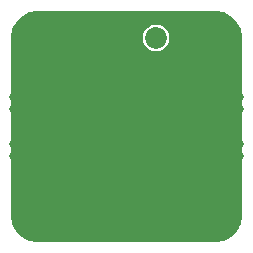
<source format=gbr>
%TF.GenerationSoftware,KiCad,Pcbnew,6.0.1-79c1e3a40b~116~ubuntu20.04.1*%
%TF.CreationDate,2022-01-22T22:37:32+01:00*%
%TF.ProjectId,bjt-amp,626a742d-616d-4702-9e6b-696361645f70,rev?*%
%TF.SameCoordinates,Original*%
%TF.FileFunction,Copper,L2,Bot*%
%TF.FilePolarity,Positive*%
%FSLAX46Y46*%
G04 Gerber Fmt 4.6, Leading zero omitted, Abs format (unit mm)*
G04 Created by KiCad (PCBNEW 6.0.1-79c1e3a40b~116~ubuntu20.04.1) date 2022-01-22 22:37:32*
%MOMM*%
%LPD*%
G01*
G04 APERTURE LIST*
G04 Aperture macros list*
%AMRoundRect*
0 Rectangle with rounded corners*
0 $1 Rounding radius*
0 $2 $3 $4 $5 $6 $7 $8 $9 X,Y pos of 4 corners*
0 Add a 4 corners polygon primitive as box body*
4,1,4,$2,$3,$4,$5,$6,$7,$8,$9,$2,$3,0*
0 Add four circle primitives for the rounded corners*
1,1,$1+$1,$2,$3*
1,1,$1+$1,$4,$5*
1,1,$1+$1,$6,$7*
1,1,$1+$1,$8,$9*
0 Add four rect primitives between the rounded corners*
20,1,$1+$1,$2,$3,$4,$5,0*
20,1,$1+$1,$4,$5,$6,$7,0*
20,1,$1+$1,$6,$7,$8,$9,0*
20,1,$1+$1,$8,$9,$2,$3,0*%
G04 Aperture macros list end*
%TA.AperFunction,ComponentPad*%
%ADD10RoundRect,0.925000X0.000000X0.000000X0.000000X0.000000X0.000000X0.000000X0.000000X0.000000X0*%
%TD*%
%TA.AperFunction,ComponentPad*%
%ADD11C,3.400000*%
%TD*%
%TA.AperFunction,ViaPad*%
%ADD12C,0.800000*%
%TD*%
G04 APERTURE END LIST*
D10*
%TO.P,J1,1,Pin_1*%
%TO.N,Net-(J1-Pad1)*%
X152500000Y-67500000D03*
%TD*%
D11*
%TO.P,H4,1,1*%
%TO.N,GND*%
X142500000Y-67500000D03*
%TD*%
%TO.P,H3,1,1*%
%TO.N,GND*%
X157500000Y-82500000D03*
%TD*%
%TO.P,H2,1,1*%
%TO.N,GND*%
X157500000Y-67500000D03*
%TD*%
%TO.P,H1,1,1*%
%TO.N,GND*%
X142500000Y-82500000D03*
%TD*%
D12*
%TO.N,GND*%
X156718000Y-71882000D03*
X156718000Y-71120000D03*
X157099000Y-70485000D03*
X154559000Y-67818000D03*
X155194000Y-68199000D03*
X156718000Y-69850000D03*
X155956000Y-69596000D03*
X144526000Y-70866000D03*
X144526000Y-70104000D03*
X145161000Y-70485000D03*
X145161000Y-69723000D03*
X145923000Y-78867000D03*
X148336000Y-78867000D03*
X155702000Y-78740000D03*
X154940000Y-78740000D03*
X145415000Y-72390000D03*
X146177000Y-72390000D03*
X147066000Y-77216000D03*
X143510000Y-76962000D03*
X144272000Y-76962000D03*
X143891000Y-76327000D03*
X144653000Y-76327000D03*
X146558000Y-73025000D03*
X145796000Y-73025000D03*
X145034000Y-73025000D03*
X144272000Y-73025000D03*
X143891000Y-73660000D03*
X144653000Y-73660000D03*
X145415000Y-73660000D03*
X146177000Y-73660000D03*
X146939000Y-73660000D03*
X155829000Y-71882000D03*
X155067000Y-71882000D03*
X149987000Y-78232000D03*
X152527000Y-78994000D03*
X153162000Y-78613000D03*
X152527000Y-78232000D03*
X152527000Y-77470000D03*
X153162000Y-77851000D03*
X153162000Y-77089000D03*
X153162000Y-76327000D03*
X151384000Y-71755000D03*
X152146000Y-71755000D03*
X149987000Y-76708000D03*
X149987000Y-77470000D03*
X149352000Y-77851000D03*
X149352000Y-77089000D03*
X149352000Y-76327000D03*
X149987000Y-71755000D03*
X149352000Y-70612000D03*
X149352000Y-71374000D03*
X149352000Y-72136000D03*
X149352000Y-72898000D03*
X149352000Y-73660000D03*
X147574000Y-78613000D03*
X146685000Y-78613000D03*
X155321000Y-78105000D03*
X154686000Y-72517000D03*
X156210000Y-72517000D03*
X155448000Y-72517000D03*
X155829000Y-73152000D03*
X155067000Y-73152000D03*
X154686000Y-73787000D03*
X155448000Y-73787000D03*
X156210000Y-73787000D03*
X142500000Y-72500000D03*
X141500000Y-72500000D03*
X140500000Y-72500000D03*
X141000000Y-73000000D03*
X142000000Y-73000000D03*
X142500000Y-77500000D03*
X141500000Y-77500000D03*
X140500000Y-77500000D03*
X141000000Y-77000000D03*
X142000000Y-77000000D03*
X142500000Y-76500000D03*
X141500000Y-76500000D03*
X140500000Y-76500000D03*
X142500000Y-73500000D03*
X141500000Y-73500000D03*
X140500000Y-73500000D03*
X155321000Y-68961000D03*
X156337000Y-70485000D03*
X150241000Y-70485000D03*
X145161000Y-71247000D03*
X146050000Y-78105000D03*
X148209000Y-78105000D03*
X151511000Y-78359000D03*
X154559000Y-78105000D03*
X156083000Y-78105000D03*
X157500000Y-77500000D03*
X158500000Y-77500000D03*
X159500000Y-77500000D03*
X159000000Y-77000000D03*
X158000000Y-77000000D03*
X157500000Y-76500000D03*
X159500000Y-76500000D03*
X158500000Y-76500000D03*
X157500000Y-72500000D03*
X158500000Y-72500000D03*
X159500000Y-72500000D03*
X159000000Y-73000000D03*
X158000000Y-73000000D03*
X157500000Y-73500000D03*
X158500000Y-73500000D03*
X159500000Y-73500000D03*
%TD*%
%TA.AperFunction,Conductor*%
%TO.N,GND*%
G36*
X157488227Y-65202518D02*
G01*
X157499642Y-65205143D01*
X157510517Y-65202682D01*
X157521663Y-65202702D01*
X157521663Y-65202737D01*
X157531724Y-65201919D01*
X157771264Y-65216409D01*
X157783116Y-65217848D01*
X158044542Y-65265756D01*
X158056135Y-65268613D01*
X158261078Y-65332476D01*
X158309872Y-65347681D01*
X158321050Y-65351920D01*
X158563406Y-65460995D01*
X158573991Y-65466551D01*
X158801422Y-65604038D01*
X158811261Y-65610829D01*
X159020463Y-65774728D01*
X159029412Y-65782655D01*
X159217345Y-65970588D01*
X159225272Y-65979537D01*
X159389171Y-66188739D01*
X159395962Y-66198578D01*
X159533449Y-66426009D01*
X159539005Y-66436594D01*
X159648080Y-66678950D01*
X159652319Y-66690128D01*
X159731385Y-66943857D01*
X159734244Y-66955458D01*
X159782152Y-67216884D01*
X159783591Y-67228734D01*
X159792014Y-67367974D01*
X159798050Y-67467755D01*
X159797230Y-67477627D01*
X159797375Y-67477627D01*
X159797355Y-67488778D01*
X159794857Y-67499642D01*
X159797317Y-67510514D01*
X159797317Y-67510516D01*
X159797559Y-67511583D01*
X159800000Y-67533432D01*
X159800000Y-82466040D01*
X159797482Y-82488227D01*
X159794857Y-82499642D01*
X159797318Y-82510517D01*
X159797298Y-82521663D01*
X159797263Y-82521663D01*
X159798081Y-82531726D01*
X159783592Y-82771257D01*
X159782152Y-82783116D01*
X159778549Y-82802780D01*
X159734246Y-83044535D01*
X159731385Y-83056143D01*
X159652319Y-83309872D01*
X159648080Y-83321050D01*
X159539005Y-83563406D01*
X159533449Y-83573991D01*
X159395962Y-83801422D01*
X159389171Y-83811261D01*
X159225272Y-84020463D01*
X159217345Y-84029412D01*
X159029412Y-84217345D01*
X159020463Y-84225272D01*
X158811261Y-84389171D01*
X158801422Y-84395962D01*
X158573991Y-84533449D01*
X158563406Y-84539005D01*
X158321050Y-84648080D01*
X158309872Y-84652319D01*
X158056135Y-84731387D01*
X158044542Y-84734244D01*
X157783116Y-84782152D01*
X157771266Y-84783591D01*
X157532243Y-84798050D01*
X157522373Y-84797230D01*
X157522373Y-84797375D01*
X157511222Y-84797355D01*
X157500358Y-84794857D01*
X157489486Y-84797317D01*
X157489484Y-84797317D01*
X157488417Y-84797559D01*
X157466568Y-84800000D01*
X142533960Y-84800000D01*
X142511773Y-84797482D01*
X142500358Y-84794857D01*
X142489483Y-84797318D01*
X142478337Y-84797298D01*
X142478337Y-84797263D01*
X142468276Y-84798081D01*
X142228736Y-84783591D01*
X142216884Y-84782152D01*
X141955458Y-84734244D01*
X141943865Y-84731387D01*
X141690128Y-84652319D01*
X141678950Y-84648080D01*
X141436594Y-84539005D01*
X141426009Y-84533449D01*
X141198578Y-84395962D01*
X141188739Y-84389171D01*
X140979537Y-84225272D01*
X140970588Y-84217345D01*
X140782655Y-84029412D01*
X140774728Y-84020463D01*
X140610829Y-83811261D01*
X140604038Y-83801422D01*
X140466551Y-83573991D01*
X140460995Y-83563406D01*
X140351920Y-83321050D01*
X140347681Y-83309872D01*
X140268615Y-83056143D01*
X140265754Y-83044535D01*
X140217850Y-82783125D01*
X140217848Y-82783118D01*
X140216408Y-82771256D01*
X140201966Y-82532500D01*
X140203702Y-82511805D01*
X140203235Y-82511751D01*
X140203876Y-82506177D01*
X140205142Y-82500716D01*
X140205143Y-82500000D01*
X140202479Y-82488321D01*
X140200000Y-82466304D01*
X140200000Y-67534222D01*
X140202557Y-67511867D01*
X140203875Y-67506181D01*
X140205142Y-67500716D01*
X140205143Y-67500000D01*
X140203900Y-67494552D01*
X140203278Y-67488992D01*
X140203654Y-67488950D01*
X140201935Y-67468016D01*
X140205213Y-67413817D01*
X151374500Y-67413817D01*
X151374501Y-67586182D01*
X151377569Y-67635829D01*
X151378385Y-67639555D01*
X151422083Y-67839138D01*
X151423503Y-67845625D01*
X151508281Y-68042950D01*
X151628842Y-68220684D01*
X151632176Y-68224012D01*
X151632180Y-68224017D01*
X151705309Y-68297018D01*
X151780837Y-68372414D01*
X151958781Y-68492665D01*
X152156254Y-68577098D01*
X152366130Y-68622667D01*
X152369939Y-68622893D01*
X152369944Y-68622894D01*
X152392328Y-68624223D01*
X152413817Y-68625500D01*
X152498909Y-68625500D01*
X152586182Y-68625499D01*
X152587682Y-68625406D01*
X152587692Y-68625406D01*
X152632026Y-68622666D01*
X152635829Y-68622431D01*
X152719370Y-68604140D01*
X152841018Y-68577506D01*
X152841021Y-68577505D01*
X152845625Y-68576497D01*
X153042950Y-68491719D01*
X153220684Y-68371158D01*
X153224012Y-68367824D01*
X153224017Y-68367820D01*
X153367568Y-68224017D01*
X153372414Y-68219163D01*
X153492665Y-68041219D01*
X153577098Y-67843746D01*
X153622667Y-67633870D01*
X153625500Y-67586183D01*
X153625499Y-67413818D01*
X153622431Y-67364171D01*
X153585878Y-67197220D01*
X153577506Y-67158982D01*
X153577505Y-67158979D01*
X153576497Y-67154375D01*
X153491719Y-66957050D01*
X153371158Y-66779316D01*
X153367824Y-66775988D01*
X153367820Y-66775983D01*
X153276085Y-66684409D01*
X153219163Y-66627586D01*
X153041219Y-66507335D01*
X152843746Y-66422902D01*
X152633870Y-66377333D01*
X152630061Y-66377107D01*
X152630056Y-66377106D01*
X152607672Y-66375777D01*
X152586183Y-66374500D01*
X152501091Y-66374500D01*
X152413818Y-66374501D01*
X152412318Y-66374594D01*
X152412308Y-66374594D01*
X152371663Y-66377106D01*
X152364171Y-66377569D01*
X152280630Y-66395860D01*
X152158982Y-66422494D01*
X152158979Y-66422495D01*
X152154375Y-66423503D01*
X151957050Y-66508281D01*
X151779316Y-66628842D01*
X151775988Y-66632176D01*
X151775983Y-66632180D01*
X151729295Y-66678950D01*
X151627586Y-66780837D01*
X151507335Y-66958781D01*
X151422902Y-67156254D01*
X151377333Y-67366130D01*
X151374500Y-67413817D01*
X140205213Y-67413817D01*
X140216408Y-67228743D01*
X140216409Y-67228742D01*
X140216409Y-67228736D01*
X140217848Y-67216884D01*
X140265756Y-66955458D01*
X140268615Y-66943857D01*
X140347681Y-66690128D01*
X140351920Y-66678950D01*
X140460995Y-66436594D01*
X140466551Y-66426009D01*
X140604038Y-66198578D01*
X140610829Y-66188739D01*
X140774728Y-65979537D01*
X140782655Y-65970588D01*
X140970588Y-65782655D01*
X140979537Y-65774728D01*
X141188739Y-65610829D01*
X141198578Y-65604038D01*
X141426009Y-65466551D01*
X141436594Y-65460995D01*
X141678950Y-65351920D01*
X141690128Y-65347681D01*
X141738922Y-65332476D01*
X141943865Y-65268613D01*
X141955458Y-65265756D01*
X142216884Y-65217848D01*
X142228734Y-65216409D01*
X142467757Y-65201950D01*
X142477627Y-65202770D01*
X142477627Y-65202625D01*
X142488778Y-65202645D01*
X142499642Y-65205143D01*
X142510514Y-65202683D01*
X142510516Y-65202683D01*
X142511583Y-65202441D01*
X142533432Y-65200000D01*
X157466040Y-65200000D01*
X157488227Y-65202518D01*
G37*
%TD.AperFunction*%
%TD*%
M02*

</source>
